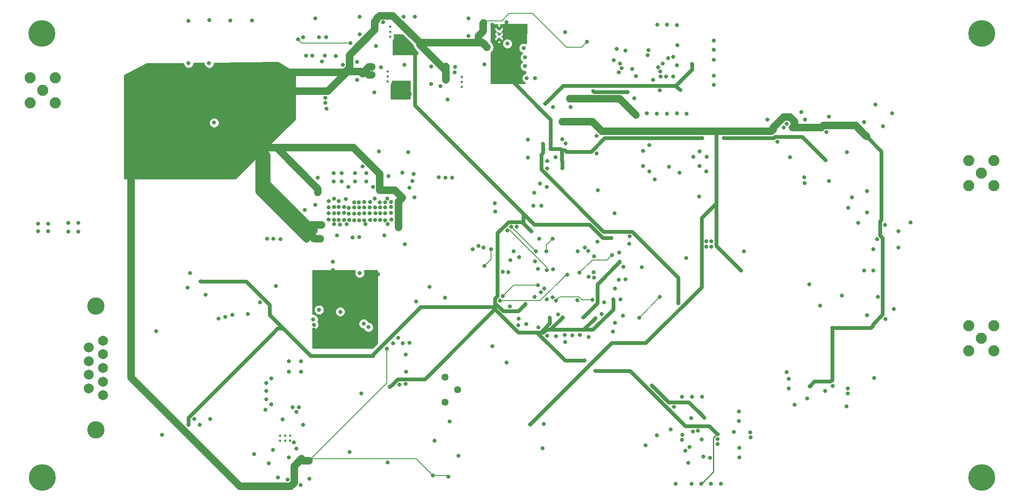
<source format=gbr>
G04 #@! TF.GenerationSoftware,KiCad,Pcbnew,(5.1.2)-1*
G04 #@! TF.CreationDate,2020-05-07T10:56:56-05:00*
G04 #@! TF.ProjectId,EMI_sensor_control_Rev2.0,454d495f-7365-46e7-936f-725f636f6e74,rev?*
G04 #@! TF.SameCoordinates,Original*
G04 #@! TF.FileFunction,Copper,L3,Inr*
G04 #@! TF.FilePolarity,Positive*
%FSLAX46Y46*%
G04 Gerber Fmt 4.6, Leading zero omitted, Abs format (unit mm)*
G04 Created by KiCad (PCBNEW (5.1.2)-1) date 2020-05-07 10:56:56*
%MOMM*%
%LPD*%
G04 APERTURE LIST*
%ADD10C,2.250000*%
%ADD11C,0.800000*%
%ADD12C,5.400000*%
%ADD13C,2.000000*%
%ADD14C,3.500000*%
%ADD15C,1.440000*%
%ADD16C,0.500000*%
%ADD17C,1.500000*%
%ADD18C,0.200000*%
%ADD19C,0.750000*%
%ADD20C,0.250000*%
%ADD21C,0.254000*%
G04 APERTURE END LIST*
D10*
X50774600Y-68605400D03*
X53314600Y-66065400D03*
X48234600Y-66065400D03*
X48234600Y-71145400D03*
X53314600Y-71145400D03*
X238125000Y-82829400D03*
X243205000Y-82829400D03*
X243205000Y-87909400D03*
X238125000Y-87909400D03*
X240665000Y-85369400D03*
X240639600Y-118872000D03*
X238099600Y-121412000D03*
X243179600Y-121412000D03*
X243179600Y-116332000D03*
X238099600Y-116332000D03*
D11*
X52168391Y-145634109D03*
X50736500Y-145041000D03*
X49304609Y-145634109D03*
X48711500Y-147066000D03*
X49304609Y-148497891D03*
X50736500Y-149091000D03*
X52168391Y-148497891D03*
X52761500Y-147066000D03*
D12*
X50736500Y-147066000D03*
X240728500Y-147066000D03*
D11*
X242753500Y-147066000D03*
X242160391Y-148497891D03*
X240728500Y-149091000D03*
X239296609Y-148497891D03*
X238703500Y-147066000D03*
X239296609Y-145634109D03*
X240728500Y-145041000D03*
X242160391Y-145634109D03*
X242160391Y-55654609D03*
X240728500Y-55061500D03*
X239296609Y-55654609D03*
X238703500Y-57086500D03*
X239296609Y-58518391D03*
X240728500Y-59111500D03*
X242160391Y-58518391D03*
X242753500Y-57086500D03*
D12*
X240728500Y-57086500D03*
X50673000Y-57086500D03*
D11*
X52698000Y-57086500D03*
X52104891Y-58518391D03*
X50673000Y-59111500D03*
X49241109Y-58518391D03*
X48648000Y-57086500D03*
X49241109Y-55654609D03*
X50673000Y-55061500D03*
X52104891Y-55654609D03*
D13*
X62989600Y-130381000D03*
X60149600Y-128996000D03*
X62989600Y-127611000D03*
X60149600Y-126226000D03*
X62989600Y-124841000D03*
X60149600Y-123456000D03*
X62989600Y-122071000D03*
X60149600Y-120686000D03*
X62989600Y-119301000D03*
D14*
X61569600Y-112346000D03*
X61569600Y-137336000D03*
D15*
X132194300Y-126733300D03*
X134734300Y-129273300D03*
X132194300Y-131813300D03*
D16*
X121046500Y-57799000D03*
X121046500Y-56769000D03*
X121046500Y-55739000D03*
X135524500Y-65899000D03*
X135524500Y-66929000D03*
X135524500Y-67959000D03*
X143081000Y-58243500D03*
X143081000Y-57213500D03*
X143081000Y-56183500D03*
X120602000Y-64819500D03*
X120602000Y-65849500D03*
X120602000Y-66879500D03*
X98822000Y-139552300D03*
X98822000Y-138552300D03*
X99822000Y-139552300D03*
X99822000Y-138552300D03*
X100822000Y-139552300D03*
X100822000Y-138552300D03*
D11*
X186055000Y-100330000D03*
X185039000Y-100330000D03*
X186055000Y-99187000D03*
X185039000Y-99187000D03*
X58039000Y-97282000D03*
X58039000Y-95504000D03*
X56007000Y-95504000D03*
X56007000Y-97282000D03*
X51943000Y-97155000D03*
X49911000Y-97155000D03*
X49911000Y-95631000D03*
X51943000Y-95631000D03*
X152831800Y-84429600D03*
X152806400Y-82956400D03*
X156591000Y-79400400D03*
X155905200Y-78536800D03*
X133604000Y-86283800D03*
X132283200Y-86283800D03*
X130911600Y-86258400D03*
X98882200Y-98729800D03*
X96164400Y-98653600D03*
X121285000Y-91262200D03*
X120040400Y-91313000D03*
X118973600Y-91287600D03*
X116992400Y-91262200D03*
X115824000Y-91236800D03*
X114757200Y-91287600D03*
X113792000Y-91313000D03*
X121285000Y-93472000D03*
X121285000Y-92278200D03*
X121310400Y-94767400D03*
X118059200Y-94894400D03*
X119024400Y-92329000D03*
X116967000Y-93548200D03*
X119024400Y-94894400D03*
X120065800Y-94919800D03*
X116967000Y-92354400D03*
X118084600Y-93548200D03*
X119024400Y-93548200D03*
X120065800Y-92303600D03*
X116992400Y-94843600D03*
X118059200Y-92329000D03*
X120065800Y-93522800D03*
X113817400Y-94919800D03*
X114782600Y-92354400D03*
X112725200Y-93573600D03*
X114782600Y-94919800D03*
X115824000Y-94945200D03*
X112725200Y-92379800D03*
X113842800Y-93573600D03*
X114782600Y-93573600D03*
X115824000Y-92329000D03*
X112750600Y-94869000D03*
X113817400Y-92354400D03*
X115824000Y-93548200D03*
X111734600Y-92252800D03*
X111734600Y-93472000D03*
X111734600Y-94869000D03*
X110693200Y-94843600D03*
X110693200Y-93497400D03*
X110693200Y-92278200D03*
X110693200Y-91059000D03*
X109728000Y-92278200D03*
X109753400Y-93497400D03*
X109728000Y-94843600D03*
X108661200Y-94792800D03*
X108635800Y-93497400D03*
X108635800Y-92303600D03*
X108635800Y-91059000D03*
X109626400Y-85372000D03*
X111252000Y-85372000D03*
X113995200Y-85372000D03*
X116230400Y-85372000D03*
X219710000Y-110490000D03*
X217551000Y-114173000D03*
X221234000Y-114935000D03*
X205867000Y-107950000D03*
X216916000Y-105156000D03*
X218821000Y-105156000D03*
X218821000Y-100838000D03*
X217551000Y-93345000D03*
X214503000Y-90297000D03*
X217551000Y-89027000D03*
X213487000Y-81153000D03*
X216916000Y-75057000D03*
X219202000Y-71501000D03*
X220726000Y-75946000D03*
X197358000Y-74549000D03*
X200660000Y-76200000D03*
X201930000Y-82194400D03*
X210601471Y-128468000D03*
X201726800Y-129032000D03*
X201726800Y-127050800D03*
X191617600Y-133654800D03*
X191617600Y-135636000D03*
X184049741Y-139348623D03*
X209854800Y-87020400D03*
X179064658Y-63560634D03*
X180781252Y-141569776D03*
X184404000Y-142798800D03*
X172720000Y-140512800D03*
X178816000Y-148285200D03*
X182067200Y-148285200D03*
X185978800Y-148285200D03*
X187960000Y-148336000D03*
X191668400Y-141020800D03*
X191668400Y-142951200D03*
X190601600Y-137820400D03*
X183333232Y-137579744D03*
X180136800Y-130657600D03*
X182168800Y-130657600D03*
X184200800Y-130657600D03*
X183540400Y-90170000D03*
X183692800Y-80975200D03*
X185064400Y-82092800D03*
X182372000Y-82092800D03*
X174599600Y-86664800D03*
X173532800Y-79756000D03*
X172212000Y-80924400D03*
X175818800Y-65836800D03*
X178339080Y-65827884D03*
X181051200Y-73355200D03*
X179070000Y-73304400D03*
X175006000Y-73355200D03*
X172974000Y-73304400D03*
X178281704Y-61841229D03*
X179070000Y-55422800D03*
X177088800Y-55321200D03*
X175107600Y-55372000D03*
X168706800Y-60604400D03*
X161239200Y-118567200D03*
X159461200Y-118160800D03*
X166573200Y-115722400D03*
X166166800Y-117500400D03*
X164388800Y-111556800D03*
X169519600Y-98196400D03*
X169468800Y-99669600D03*
X163002616Y-99292612D03*
X156362400Y-118160800D03*
X154635200Y-118414800D03*
X152857200Y-118313200D03*
X148590000Y-115976400D03*
X150317200Y-110439200D03*
X116065300Y-95746548D03*
X112255301Y-95746548D03*
X120579557Y-95684158D03*
X109710221Y-90521811D03*
X112142390Y-90611513D03*
X117652800Y-88188800D03*
X117975810Y-90532681D03*
X120505220Y-90521811D03*
X124996642Y-88312766D03*
X125984000Y-90297000D03*
X119871400Y-98027119D03*
X106451400Y-86309200D03*
X105943400Y-91846400D03*
X103784400Y-92862400D03*
X97498400Y-98704400D03*
X112650661Y-88165077D03*
X124053600Y-99822000D03*
X114909600Y-105613200D03*
X110931269Y-95812163D03*
X110363000Y-98044000D03*
X109718335Y-95749766D03*
X124236800Y-128082676D03*
X151215099Y-98682389D03*
X151663400Y-91973400D03*
X150063200Y-91973400D03*
X104089200Y-61569600D03*
X105333800Y-61595000D03*
X107899200Y-61569600D03*
X146634200Y-96266000D03*
X93548200Y-142290800D03*
X102108000Y-141173200D03*
X101600000Y-139903200D03*
X112903000Y-141859000D03*
X115265200Y-129971800D03*
X130073400Y-139573000D03*
X133121400Y-135686800D03*
X110972600Y-113461800D03*
X123647200Y-119837200D03*
X124256800Y-122174000D03*
X124942600Y-119786400D03*
X121686800Y-119840770D03*
X93141800Y-54457600D03*
X88747600Y-54483000D03*
X84531200Y-54406800D03*
X80289400Y-54533800D03*
X118795800Y-81000600D03*
X83743800Y-110007400D03*
X80111600Y-108559600D03*
X80619600Y-105664000D03*
X73761600Y-117424200D03*
X74904600Y-138353800D03*
X82524600Y-136372600D03*
X141780200Y-120421400D03*
X144627600Y-123723400D03*
X152120600Y-136220200D03*
X151942800Y-141135100D03*
X134162800Y-65024000D03*
X140131800Y-63398400D03*
X129349500Y-63804800D03*
X129362200Y-67386200D03*
X119253000Y-64008000D03*
X118237000Y-59690000D03*
X114427000Y-62865000D03*
X114427000Y-66548000D03*
X114935000Y-53721000D03*
X114935000Y-57277000D03*
X119634000Y-54864000D03*
X123825000Y-53721000D03*
X126111000Y-53721000D03*
X136906000Y-57658000D03*
X136906000Y-54102000D03*
X148082000Y-60071000D03*
X148336000Y-61976000D03*
X148336000Y-63754000D03*
X148716500Y-66167000D03*
X150368000Y-66167000D03*
X144780000Y-59182000D03*
X98425000Y-147066000D03*
X100330000Y-147447000D03*
X102997000Y-148590000D03*
X104775000Y-147320000D03*
X145288000Y-112395000D03*
X96012000Y-131191000D03*
X97028000Y-132207000D03*
X96012000Y-129540000D03*
X96012000Y-127889000D03*
X97028000Y-127000000D03*
X192659000Y-101219000D03*
X212471000Y-110236000D03*
X148971000Y-78613000D03*
X148971000Y-82296000D03*
X154559000Y-82169000D03*
X157607000Y-72009000D03*
X154051000Y-72009000D03*
X162814000Y-77851000D03*
X162814000Y-81407000D03*
X186563000Y-58547000D03*
X186563000Y-60452000D03*
X186563000Y-62484000D03*
X186563000Y-65659000D03*
X186563000Y-67564000D03*
X123993000Y-63500000D03*
X117856000Y-69088000D03*
X132715000Y-70485000D03*
X155062821Y-114047572D03*
X156464000Y-56896000D03*
X168148000Y-114300000D03*
X167640000Y-110998000D03*
X97409000Y-141478000D03*
X99314000Y-135255000D03*
X134899400Y-142646400D03*
X96494600Y-144170400D03*
X139954000Y-54991000D03*
X132461000Y-66675000D03*
X132334000Y-64643000D03*
X117983000Y-56388000D03*
X117983000Y-54737000D03*
X117348000Y-63881000D03*
X68707000Y-84963000D03*
X69596000Y-85344000D03*
X67945000Y-85344000D03*
X69596000Y-84455000D03*
X67945000Y-84455000D03*
X106934000Y-98679000D03*
X104140000Y-98679000D03*
X105664000Y-97002600D03*
X103911400Y-97155000D03*
X105606600Y-98596200D03*
X106476800Y-89306400D03*
X122809000Y-96418400D03*
X123545600Y-90373200D03*
X107238800Y-95910400D03*
X132816600Y-146888200D03*
X129717800Y-146583400D03*
X120396000Y-120954800D03*
X93091000Y-63373000D03*
X117348000Y-65532000D03*
X139890500Y-56705500D03*
X140666500Y-59880500D03*
X160909000Y-58801000D03*
X104648000Y-143637000D03*
X103124000Y-143256000D03*
X102082600Y-133705600D03*
X102666800Y-132842000D03*
X101371400Y-132842000D03*
X100634800Y-125628400D03*
X103022400Y-125628400D03*
X103022400Y-123469400D03*
X100634800Y-123469400D03*
X95885000Y-133324600D03*
X103454200Y-136347200D03*
X114860300Y-98354846D03*
X113460300Y-98463100D03*
X115490220Y-84074000D03*
X124714000Y-81153000D03*
X111252000Y-118618000D03*
X111252000Y-117348000D03*
X109601000Y-117348000D03*
X125603000Y-86995000D03*
X123571000Y-85344000D03*
X125857000Y-85598000D03*
X109474000Y-103378000D03*
X109474000Y-105029000D03*
X109626400Y-87122000D03*
X111252000Y-87122000D03*
X113995200Y-87122000D03*
X116230400Y-87122000D03*
X120751600Y-85953600D03*
X106553000Y-105791000D03*
X109215800Y-115163600D03*
X105664000Y-117094000D03*
X107823000Y-105791000D03*
X109093000Y-105791000D03*
X110490000Y-105791000D03*
X111506000Y-105791000D03*
X112522000Y-105791000D03*
X116586000Y-105410000D03*
X118618000Y-105918000D03*
X113411000Y-114935000D03*
X109601000Y-118618000D03*
X187299600Y-138258794D03*
X183997600Y-148336000D03*
X175640900Y-68656100D03*
X177038000Y-73355200D03*
X162549156Y-114768529D03*
X166176841Y-110952576D03*
X165760400Y-98501200D03*
X153365200Y-114655600D03*
X155956000Y-114604800D03*
X148437600Y-111912400D03*
X149656800Y-97129600D03*
X150215600Y-95808800D03*
X121036800Y-128696000D03*
X82753200Y-107315000D03*
X80289400Y-136372600D03*
X122428000Y-59753500D03*
X124968000Y-59626500D03*
X123602750Y-58261250D03*
X169081000Y-68961000D03*
X162179000Y-68834000D03*
X102489000Y-58293000D03*
X113030000Y-59055000D03*
X160401000Y-123317000D03*
X162560000Y-125476000D03*
X204825600Y-86258400D03*
X204876400Y-87426800D03*
X172262800Y-83921600D03*
X173532800Y-85039200D03*
X177495200Y-84124800D03*
X170815000Y-73660000D03*
X157399002Y-70358000D03*
X184607200Y-134924800D03*
X185013600Y-85090000D03*
X183692800Y-83921600D03*
X179578000Y-85344000D03*
X179171600Y-59486800D03*
X160121600Y-114604800D03*
X167513000Y-103378000D03*
X173990000Y-128397000D03*
X217424000Y-77978000D03*
X198120000Y-76962000D03*
X202438000Y-76200000D03*
X210464400Y-116738400D03*
X211734400Y-116738400D03*
X218316000Y-116716000D03*
X210154930Y-127573236D03*
X205892400Y-128543000D03*
X155892500Y-74993500D03*
X220415230Y-94882460D03*
X192024000Y-105156000D03*
X149402800Y-136232900D03*
X152019000Y-81280000D03*
X152019000Y-79502000D03*
X222587141Y-73322859D03*
X222961200Y-112928400D03*
X179324000Y-111760000D03*
X208026000Y-112268000D03*
X223901000Y-97155000D03*
X145542000Y-66548000D03*
X144018000Y-65786000D03*
X144145000Y-63627000D03*
X144145000Y-61976000D03*
X155879800Y-84404200D03*
X155854400Y-82956400D03*
X156692600Y-81076800D03*
X155829000Y-80772000D03*
X144653000Y-54864000D03*
X141732000Y-55372000D03*
X143383000Y-59436000D03*
X153543000Y-80518000D03*
X184150000Y-78312000D03*
X188595000Y-78312000D03*
X209169000Y-82804000D03*
X182118000Y-63296800D03*
X181362283Y-144047033D03*
X185754700Y-143022900D03*
X179730400Y-68580000D03*
X125095000Y-69360000D03*
X121947000Y-68680000D03*
X122176250Y-67820250D03*
X123435000Y-67700000D03*
X152400000Y-71374000D03*
X150241000Y-89408000D03*
X163068000Y-88900000D03*
X180975000Y-102616000D03*
X209804000Y-73964800D03*
X199390000Y-79008000D03*
X209346800Y-77114400D03*
X201284696Y-75419130D03*
X213664800Y-129997200D03*
X209042000Y-129489200D03*
X213606078Y-128998923D03*
X201269600Y-125730000D03*
X156475510Y-119634000D03*
X157875510Y-118237000D03*
X122656600Y-118719600D03*
X103454200Y-57912000D03*
X107316500Y-62763400D03*
X105968800Y-54102000D03*
X108004732Y-71173432D03*
X139928600Y-100431600D03*
X144932400Y-105486200D03*
X107963025Y-70141775D03*
X106654600Y-57912000D03*
X143864973Y-105357923D03*
X138940130Y-100116678D03*
X108189118Y-72347768D03*
X108169025Y-57870776D03*
X110099221Y-61696600D03*
X111499222Y-63474600D03*
X86360000Y-114858800D03*
X152276024Y-108785176D03*
X87705875Y-114502875D03*
X151587982Y-109555974D03*
X89127950Y-114070750D03*
X150977600Y-108051600D03*
X143840200Y-110255974D03*
X141452600Y-100798400D03*
X140124830Y-104143580D03*
X132181600Y-110655984D03*
X81432400Y-135178800D03*
X92303600Y-113919000D03*
X94742000Y-111531400D03*
X97993200Y-108280200D03*
X151434800Y-87514200D03*
X152755600Y-88214200D03*
X129082800Y-108455964D03*
X126365000Y-111355984D03*
X84683600Y-135178800D03*
X106705400Y-113055400D03*
X143256000Y-111252000D03*
X156889875Y-105938125D03*
X120573800Y-143967200D03*
X134239000Y-63881000D03*
X131239708Y-67743357D03*
X85471000Y-75184000D03*
X100584000Y-143002000D03*
X175641000Y-110490000D03*
X171450000Y-114681000D03*
X213741000Y-92456000D03*
X215773000Y-95504000D03*
X221132400Y-95859600D03*
X226364800Y-95351600D03*
X204266800Y-72999600D03*
X205033453Y-74579053D03*
X223875600Y-100482400D03*
X219557600Y-98806000D03*
X193903600Y-137871200D03*
X187299600Y-139258797D03*
X194005200Y-138887200D03*
X187299600Y-140258800D03*
X175056800Y-138480800D03*
X180187600Y-138379200D03*
X205435200Y-131013200D03*
X218998800Y-126847600D03*
X202900585Y-132299061D03*
X213410800Y-132638800D03*
X158917392Y-111169649D03*
X152781000Y-105029000D03*
X144809492Y-96947708D03*
X142245510Y-91505000D03*
X84467700Y-63157100D03*
X163855400Y-113893600D03*
X154051000Y-104825800D03*
X150520400Y-101182400D03*
X145516600Y-96240600D03*
X142316200Y-93192600D03*
X80314800Y-63144400D03*
X162279225Y-102261775D03*
X145375270Y-103011200D03*
X166497000Y-93484700D03*
X160418000Y-100482400D03*
X147146052Y-102408948D03*
X168258446Y-104391200D03*
X172008800Y-104444800D03*
X146070125Y-101211190D03*
X161165982Y-101148531D03*
X165938200Y-101955600D03*
X159360250Y-105561750D03*
X137769600Y-100798400D03*
X124336800Y-125564298D03*
X151083074Y-116640675D03*
X152739850Y-110946313D03*
X122961400Y-128219200D03*
X166268400Y-62534800D03*
X177311961Y-62085363D03*
X176225200Y-63234800D03*
X167538400Y-63234800D03*
X173287631Y-60524915D03*
X166871093Y-60280999D03*
X173177200Y-61518800D03*
X150418800Y-103265500D03*
X152628600Y-101182400D03*
X153924000Y-98682389D03*
X175260000Y-63934800D03*
X167298440Y-64986827D03*
X167881227Y-64174201D03*
X169987610Y-64323610D03*
X175694399Y-64835522D03*
X170789600Y-65781000D03*
X181660800Y-140817600D03*
X178456851Y-132740400D03*
X176853526Y-65818787D03*
X174244000Y-66548000D03*
X170481000Y-70231000D03*
X167386000Y-101473000D03*
X166573200Y-108765500D03*
X180073956Y-139372723D03*
X177846631Y-137261600D03*
X150977600Y-104800400D03*
X167286150Y-106965489D03*
X162356800Y-106578400D03*
X161215662Y-106427212D03*
X168656700Y-106933299D03*
X182004500Y-135042052D03*
X162263425Y-105495075D03*
X159018000Y-101193600D03*
X182339130Y-137688215D03*
X154649303Y-111203833D03*
X146989800Y-116205000D03*
X116668348Y-116574800D03*
X105654821Y-116093571D03*
X162018000Y-111063000D03*
X105537000Y-114985800D03*
X115722400Y-115874800D03*
X147066000Y-114884200D03*
X153924000Y-110515400D03*
D17*
X117348000Y-65532000D02*
X116782315Y-65532000D01*
X116782315Y-65532000D02*
X116448314Y-65197999D01*
X116782315Y-63881000D02*
X115465316Y-65197999D01*
X117348000Y-63881000D02*
X116782315Y-63881000D01*
X112467399Y-64824601D02*
X108500226Y-68791774D01*
X115465316Y-65197999D02*
X115091918Y-64824601D01*
X115091918Y-64824601D02*
X112467399Y-64824601D01*
X108500226Y-68791774D02*
X99229226Y-68791774D01*
X112849223Y-64122601D02*
X111947824Y-65024000D01*
X117983000Y-56388000D02*
X112849223Y-61521777D01*
X112849223Y-61521777D02*
X112849223Y-64122601D01*
X111947824Y-65024000D02*
X99441000Y-65024000D01*
X132334000Y-64643000D02*
X132334000Y-66548000D01*
X137113997Y-59008001D02*
X138984999Y-59008001D01*
X132334000Y-64643000D02*
X132334000Y-63787998D01*
X138984999Y-57611001D02*
X139890500Y-56705500D01*
X138984999Y-59008001D02*
X138984999Y-57611001D01*
X139890500Y-55054500D02*
X139954000Y-54991000D01*
X139890500Y-56705500D02*
X139890500Y-55054500D01*
X138984999Y-59008001D02*
X139794001Y-59008001D01*
X139794001Y-59008001D02*
X140666500Y-59880500D01*
X103505000Y-143637000D02*
X103124000Y-143256000D01*
X104648000Y-143637000D02*
X103505000Y-143637000D01*
X68707000Y-126788202D02*
X68707000Y-85528685D01*
X90715799Y-148797001D02*
X68707000Y-126788202D01*
X68707000Y-85528685D02*
X68707000Y-84963000D01*
X100978001Y-148797001D02*
X90715799Y-148797001D01*
X101680001Y-148095001D02*
X100978001Y-148797001D01*
X101680001Y-144699999D02*
X101680001Y-148095001D01*
X103124000Y-143256000D02*
X101680001Y-144699999D01*
D18*
X129317801Y-146183401D02*
X129717800Y-146583400D01*
X126371401Y-143237001D02*
X129317801Y-146183401D01*
X105047999Y-143237001D02*
X126371401Y-143237001D01*
X104648000Y-143637000D02*
X105047999Y-143237001D01*
X132511800Y-146583400D02*
X132816600Y-146888200D01*
X129717800Y-146583400D02*
X132511800Y-146583400D01*
X120396000Y-127889000D02*
X104648000Y-143637000D01*
X120396000Y-120954800D02*
X120396000Y-127889000D01*
D17*
X106476800Y-88631400D02*
X98109400Y-80264000D01*
X106476800Y-89306400D02*
X106476800Y-88631400D01*
X98109400Y-80264000D02*
X94615000Y-80264000D01*
X94615000Y-85953600D02*
X94615000Y-80264000D01*
X96139000Y-81788000D02*
X94615000Y-80264000D01*
X105606600Y-98596200D02*
X96139000Y-89128600D01*
X94615000Y-89154000D02*
X94615000Y-80264000D01*
X104140000Y-98679000D02*
X94615000Y-89154000D01*
X105918000Y-98679000D02*
X96139000Y-88900000D01*
X106934000Y-98679000D02*
X105918000Y-98679000D01*
X96139000Y-89128600D02*
X96139000Y-88900000D01*
X96139000Y-88900000D02*
X96139000Y-81788000D01*
X113678222Y-80264000D02*
X94615000Y-80264000D01*
X119002801Y-85588579D02*
X113678222Y-80264000D01*
X119002801Y-88836801D02*
X119002801Y-85588579D01*
X122009201Y-88836801D02*
X119002801Y-88836801D01*
X123545600Y-90373200D02*
X122009201Y-88836801D01*
X122809000Y-91109800D02*
X123545600Y-90373200D01*
X122809000Y-96418400D02*
X122809000Y-91109800D01*
X104571800Y-95910400D02*
X104343200Y-95681800D01*
X107238800Y-95910400D02*
X104571800Y-95910400D01*
X105664000Y-97002600D02*
X104343200Y-95681800D01*
X104343200Y-95681800D02*
X94615000Y-85953600D01*
X117983000Y-56388000D02*
X117983000Y-54737000D01*
X127113999Y-59008001D02*
X137113997Y-59008001D01*
X121619997Y-53513999D02*
X127113999Y-59008001D01*
X118952001Y-53513999D02*
X121619997Y-53513999D01*
X118382999Y-54083001D02*
X118952001Y-53513999D01*
X118382999Y-54337001D02*
X118382999Y-54083001D01*
X117983000Y-54737000D02*
X118382999Y-54337001D01*
X127113999Y-59422999D02*
X132334000Y-64643000D01*
X127113999Y-59008001D02*
X127113999Y-59422999D01*
D18*
X140353999Y-54591001D02*
X143655999Y-54591001D01*
X139954000Y-54991000D02*
X140353999Y-54591001D01*
X143655999Y-54591001D02*
X145161000Y-53086000D01*
X145161000Y-53086000D02*
X149860000Y-53086000D01*
X149860000Y-53086000D02*
X156718000Y-59944000D01*
X159766000Y-59944000D02*
X160909000Y-58801000D01*
X156718000Y-59944000D02*
X159766000Y-59944000D01*
D19*
X149815601Y-95408801D02*
X150215600Y-95808800D01*
X126070001Y-60728501D02*
X126070001Y-71663201D01*
X124968000Y-59626500D02*
X126070001Y-60728501D01*
X148043900Y-95516700D02*
X149656800Y-97129600D01*
X148043900Y-93637100D02*
X148043900Y-95516700D01*
X148043900Y-93637100D02*
X149815601Y-95408801D01*
X126070001Y-71663201D02*
X148043900Y-93637100D01*
X148037601Y-112312399D02*
X148437600Y-111912400D01*
X146979999Y-113370001D02*
X148037601Y-112312399D01*
X143930999Y-113370001D02*
X146979999Y-113370001D01*
X142280999Y-111720001D02*
X143930999Y-113370001D01*
X142280999Y-110783999D02*
X142280999Y-111720001D01*
X142787999Y-110276999D02*
X142280999Y-110783999D01*
X142787999Y-97526199D02*
X142787999Y-110276999D01*
X145048599Y-95265599D02*
X142787999Y-97526199D01*
X147792799Y-95265599D02*
X145048599Y-95265599D01*
X148043900Y-95516700D02*
X147792799Y-95265599D01*
X153365200Y-115221285D02*
X153365200Y-114655600D01*
X153365200Y-115801551D02*
X153365200Y-115221285D01*
X151551075Y-117615676D02*
X153365200Y-115801551D01*
X142280999Y-112939201D02*
X146957474Y-117615676D01*
X142280999Y-111720001D02*
X142280999Y-112939201D01*
X152111722Y-117615676D02*
X152633398Y-117094000D01*
X151551075Y-117615676D02*
X152111722Y-117615676D01*
X153466800Y-117094000D02*
X155956000Y-114604800D01*
X152633398Y-117094000D02*
X153466800Y-117094000D01*
X160223685Y-117094000D02*
X162549156Y-114768529D01*
X153466800Y-117094000D02*
X160223685Y-117094000D01*
X166176841Y-111518261D02*
X166176841Y-110952576D01*
X166176841Y-113015161D02*
X166176841Y-111518261D01*
X162098002Y-117094000D02*
X166176841Y-113015161D01*
X160223685Y-117094000D02*
X162098002Y-117094000D01*
X121436799Y-128296001D02*
X121036800Y-128696000D01*
X122625125Y-127107675D02*
X121436799Y-128296001D01*
X128112525Y-127107675D02*
X122625125Y-127107675D01*
X142280999Y-112939201D02*
X128112525Y-127107675D01*
X141828597Y-112486799D02*
X142280999Y-112939201D01*
X80289400Y-136372600D02*
X80289400Y-134878798D01*
X83318885Y-107315000D02*
X82753200Y-107315000D01*
X91968602Y-107315000D02*
X83318885Y-107315000D01*
X96734001Y-112080399D02*
X91968602Y-107315000D01*
X96734001Y-112080399D02*
X96734001Y-114133001D01*
X105029000Y-122428000D02*
X117602000Y-122428000D01*
X127289201Y-112486799D02*
X127924201Y-112486799D01*
X117602000Y-122174000D02*
X127289201Y-112486799D01*
X117602000Y-122428000D02*
X117602000Y-122174000D01*
X127924201Y-112486799D02*
X141828597Y-112486799D01*
X98567099Y-115966099D02*
X98234500Y-115633500D01*
X96734001Y-114133001D02*
X98234500Y-115633500D01*
X98806000Y-116205000D02*
X99314000Y-116713000D01*
X98234500Y-115633500D02*
X98806000Y-116205000D01*
X98328198Y-116840000D02*
X97106599Y-118061599D01*
X99441000Y-116840000D02*
X98328198Y-116840000D01*
X80289400Y-134878798D02*
X97106599Y-118061599D01*
X99441000Y-116840000D02*
X105029000Y-122428000D01*
X98806000Y-116205000D02*
X99441000Y-116840000D01*
X169081000Y-68961000D02*
X162306000Y-68961000D01*
X162306000Y-68961000D02*
X162179000Y-68834000D01*
D18*
X103561198Y-59055000D02*
X113030000Y-59055000D01*
X102489000Y-58293000D02*
X103251000Y-59055000D01*
X103251000Y-59055000D02*
X103561198Y-59055000D01*
D19*
X165194715Y-98501200D02*
X165760400Y-98501200D01*
X164116882Y-98501200D02*
X165194715Y-98501200D01*
X161424482Y-95808800D02*
X164116882Y-98501200D01*
X150215600Y-95808800D02*
X161424482Y-95808800D01*
X156464000Y-123317000D02*
X160401000Y-123317000D01*
X150762676Y-117615676D02*
X156464000Y-123317000D01*
X150762676Y-117615676D02*
X151551075Y-117615676D01*
X146957474Y-117615676D02*
X150762676Y-117615676D01*
X186899601Y-137858795D02*
X187299600Y-138258794D01*
X185645549Y-136604743D02*
X186899601Y-137858795D01*
X180754741Y-136604743D02*
X185645549Y-136604743D01*
X169625998Y-125476000D02*
X180754741Y-136604743D01*
X162560000Y-125476000D02*
X169625998Y-125476000D01*
D20*
X184397599Y-147936001D02*
X183997600Y-148336000D01*
X186479701Y-145853899D02*
X184397599Y-147936001D01*
X186479701Y-139005694D02*
X186479701Y-145853899D01*
X187226601Y-138258794D02*
X186479701Y-139005694D01*
X187299600Y-138258794D02*
X187226601Y-138258794D01*
D17*
X170815000Y-73660000D02*
X167513000Y-70358000D01*
X167513000Y-70358000D02*
X157399002Y-70358000D01*
D19*
X160521599Y-114204801D02*
X160121600Y-114604800D01*
X162993001Y-111733399D02*
X160521599Y-114204801D01*
X162993001Y-107897999D02*
X162993001Y-111733399D01*
X167513000Y-103378000D02*
X162993001Y-107897999D01*
X184207201Y-134524801D02*
X184607200Y-134924800D01*
X181447799Y-131765399D02*
X184207201Y-134524801D01*
X177358399Y-131765399D02*
X181447799Y-131765399D01*
X173990000Y-128397000D02*
X177358399Y-131765399D01*
D17*
X197554315Y-76962000D02*
X198120000Y-76962000D01*
X161954502Y-74993500D02*
X163923002Y-76962000D01*
X155892500Y-74993500D02*
X161954502Y-74993500D01*
X202837999Y-74974431D02*
X202837999Y-75800001D01*
X201932697Y-74069129D02*
X202837999Y-74974431D01*
X202837999Y-75800001D02*
X202438000Y-76200000D01*
X200636695Y-74069129D02*
X201932697Y-74069129D01*
X198519999Y-76185825D02*
X200636695Y-74069129D01*
X198519999Y-76562001D02*
X198519999Y-76185825D01*
X198120000Y-76962000D02*
X198519999Y-76562001D01*
X217024001Y-77578001D02*
X217424000Y-77978000D01*
X215210399Y-75764399D02*
X217024001Y-77578001D01*
X208698799Y-75764399D02*
X215210399Y-75764399D01*
X208263198Y-76200000D02*
X208698799Y-75764399D01*
X202438000Y-76200000D02*
X208263198Y-76200000D01*
D19*
X220415230Y-80969230D02*
X220415230Y-94882460D01*
X217424000Y-77978000D02*
X220415230Y-80969230D01*
X218715999Y-116316001D02*
X218316000Y-116716000D01*
X218715999Y-116009999D02*
X218715999Y-116316001D01*
X220685001Y-114040997D02*
X218715999Y-116009999D01*
X220685001Y-98490399D02*
X220685001Y-114040997D01*
X220157399Y-97962797D02*
X220685001Y-98490399D01*
X220157399Y-95140291D02*
X220157399Y-97962797D01*
X220415230Y-94882460D02*
X220157399Y-95140291D01*
X210486800Y-116716000D02*
X210464400Y-116738400D01*
X218316000Y-116716000D02*
X210486800Y-116716000D01*
X187030001Y-100162001D02*
X192024000Y-105156000D01*
X186944000Y-76962000D02*
X187030001Y-77048001D01*
D17*
X186944000Y-76962000D02*
X197554315Y-76962000D01*
X163923002Y-76962000D02*
X186944000Y-76962000D01*
D19*
X184063999Y-108463003D02*
X172766002Y-119761000D01*
X184063999Y-94447001D02*
X184063999Y-108463003D01*
X187030001Y-91480999D02*
X184063999Y-94447001D01*
X187030001Y-91480999D02*
X187030001Y-100162001D01*
X187030001Y-77048001D02*
X187030001Y-91480999D01*
X172766002Y-119761000D02*
X165874700Y-119761000D01*
X165874700Y-119761000D02*
X149402800Y-136232900D01*
X210464400Y-127263766D02*
X210154930Y-127573236D01*
X210464400Y-116738400D02*
X210464400Y-127263766D01*
X206862164Y-127573236D02*
X205892400Y-128543000D01*
X210154930Y-127573236D02*
X206862164Y-127573236D01*
X152019000Y-79502000D02*
X152019000Y-81280000D01*
X169987601Y-97221399D02*
X179324000Y-106557798D01*
X164180597Y-97221399D02*
X169987601Y-97221399D01*
X151619001Y-84659803D02*
X164180597Y-97221399D01*
X152019000Y-81280000D02*
X151619001Y-81679999D01*
X151619001Y-81679999D02*
X151619001Y-84659803D01*
X179324000Y-106557798D02*
X179324000Y-111760000D01*
D18*
X143333500Y-56183500D02*
X143081000Y-56183500D01*
X144653000Y-54864000D02*
X143333500Y-56183500D01*
X143431000Y-57213500D02*
X143875500Y-56769000D01*
X143081000Y-57213500D02*
X143431000Y-57213500D01*
X142760290Y-56892790D02*
X142236790Y-56892790D01*
X143081000Y-57213500D02*
X142760290Y-56892790D01*
D19*
X153543000Y-74549000D02*
X145542000Y-66548000D01*
X153543000Y-80518000D02*
X153543000Y-74549000D01*
X155575000Y-80518000D02*
X155829000Y-80772000D01*
X153543000Y-80518000D02*
X155575000Y-80518000D01*
X156387800Y-80772000D02*
X156692600Y-81076800D01*
X155829000Y-80772000D02*
X156387800Y-80772000D01*
X155829000Y-82931000D02*
X155854400Y-82956400D01*
X155829000Y-80772000D02*
X155829000Y-82931000D01*
X155854400Y-84378800D02*
X155879800Y-84404200D01*
X155854400Y-82956400D02*
X155854400Y-84378800D01*
X164465998Y-78312000D02*
X184150000Y-78312000D01*
X156692600Y-81076800D02*
X161701198Y-81076800D01*
X161701198Y-81076800D02*
X164465998Y-78312000D01*
X204397999Y-78032999D02*
X209169000Y-82804000D01*
X198921999Y-78032999D02*
X204397999Y-78032999D01*
X188595000Y-78312000D02*
X198642998Y-78312000D01*
X198642998Y-78312000D02*
X198921999Y-78032999D01*
X179330401Y-68180001D02*
X179730400Y-68580000D01*
X178831499Y-67681099D02*
X179330401Y-68180001D01*
X156092901Y-67681099D02*
X178831499Y-67681099D01*
X152400000Y-71374000D02*
X156092901Y-67681099D01*
X182118000Y-64394598D02*
X182118000Y-63296800D01*
X178831499Y-67681099D02*
X182118000Y-64394598D01*
D18*
X150977600Y-108051600D02*
X146064200Y-108051600D01*
X146064200Y-108051600D02*
X146044574Y-108051600D01*
X146044574Y-108051600D02*
X143840200Y-110255974D01*
X141452600Y-100798400D02*
X141452600Y-102815810D01*
X141452600Y-102815810D02*
X140124830Y-104143580D01*
X156712036Y-105938125D02*
X156889875Y-105938125D01*
X151437762Y-111212399D02*
X156712036Y-105938125D01*
X143861286Y-111212399D02*
X151437762Y-111212399D01*
X143256000Y-111252000D02*
X143821685Y-111252000D01*
X143821685Y-111252000D02*
X143861286Y-111212399D01*
X175641000Y-110490000D02*
X171450000Y-114681000D01*
X145265393Y-96947708D02*
X144809492Y-96947708D01*
X152781000Y-105029000D02*
X152781000Y-104463315D01*
X152781000Y-104463315D02*
X145265393Y-96947708D01*
X150520400Y-101182400D02*
X145578600Y-96240600D01*
X145578600Y-96240600D02*
X145516600Y-96240600D01*
X161960224Y-102961776D02*
X159360250Y-105561750D01*
X165938200Y-101955600D02*
X164932024Y-102961776D01*
X164932024Y-102961776D02*
X161960224Y-102961776D01*
X152628600Y-101182400D02*
X152628600Y-99977789D01*
X152628600Y-99977789D02*
X153924000Y-98682389D01*
X155049302Y-110803834D02*
X154649303Y-111203833D01*
X155383488Y-110469648D02*
X155049302Y-110803834D01*
X159253393Y-110469648D02*
X155383488Y-110469648D01*
X159846745Y-111063000D02*
X159253393Y-110469648D01*
X162018000Y-111063000D02*
X159846745Y-111063000D01*
D21*
G36*
X101854000Y-65095468D02*
G01*
X101854000Y-74496006D01*
X89736785Y-86487000D01*
X67310000Y-86487000D01*
X67310000Y-75082061D01*
X84436000Y-75082061D01*
X84436000Y-75285939D01*
X84475774Y-75485898D01*
X84553795Y-75674256D01*
X84667063Y-75843774D01*
X84811226Y-75987937D01*
X84980744Y-76101205D01*
X85169102Y-76179226D01*
X85369061Y-76219000D01*
X85572939Y-76219000D01*
X85772898Y-76179226D01*
X85961256Y-76101205D01*
X86130774Y-75987937D01*
X86274937Y-75843774D01*
X86388205Y-75674256D01*
X86466226Y-75485898D01*
X86506000Y-75285939D01*
X86506000Y-75082061D01*
X86466226Y-74882102D01*
X86388205Y-74693744D01*
X86274937Y-74524226D01*
X86130774Y-74380063D01*
X85961256Y-74266795D01*
X85772898Y-74188774D01*
X85572939Y-74149000D01*
X85369061Y-74149000D01*
X85169102Y-74188774D01*
X84980744Y-74266795D01*
X84811226Y-74380063D01*
X84667063Y-74524226D01*
X84553795Y-74693744D01*
X84475774Y-74882102D01*
X84436000Y-75082061D01*
X67310000Y-75082061D01*
X67310000Y-65609550D01*
X71913274Y-63245706D01*
X79279800Y-63175213D01*
X79279800Y-63246339D01*
X79319574Y-63446298D01*
X79397595Y-63634656D01*
X79510863Y-63804174D01*
X79655026Y-63948337D01*
X79824544Y-64061605D01*
X80012902Y-64139626D01*
X80212861Y-64179400D01*
X80416739Y-64179400D01*
X80616698Y-64139626D01*
X80805056Y-64061605D01*
X80974574Y-63948337D01*
X81118737Y-63804174D01*
X81232005Y-63634656D01*
X81310026Y-63446298D01*
X81349800Y-63246339D01*
X81349800Y-63155404D01*
X83432700Y-63135472D01*
X83432700Y-63259039D01*
X83472474Y-63458998D01*
X83550495Y-63647356D01*
X83663763Y-63816874D01*
X83807926Y-63961037D01*
X83977444Y-64074305D01*
X84165802Y-64152326D01*
X84365761Y-64192100D01*
X84569639Y-64192100D01*
X84769598Y-64152326D01*
X84957956Y-64074305D01*
X85127474Y-63961037D01*
X85271637Y-63816874D01*
X85384905Y-63647356D01*
X85462926Y-63458998D01*
X85502700Y-63259039D01*
X85502700Y-63115664D01*
X98390026Y-62992340D01*
X101854000Y-65095468D01*
X101854000Y-65095468D01*
G37*
X101854000Y-65095468D02*
X101854000Y-74496006D01*
X89736785Y-86487000D01*
X67310000Y-86487000D01*
X67310000Y-75082061D01*
X84436000Y-75082061D01*
X84436000Y-75285939D01*
X84475774Y-75485898D01*
X84553795Y-75674256D01*
X84667063Y-75843774D01*
X84811226Y-75987937D01*
X84980744Y-76101205D01*
X85169102Y-76179226D01*
X85369061Y-76219000D01*
X85572939Y-76219000D01*
X85772898Y-76179226D01*
X85961256Y-76101205D01*
X86130774Y-75987937D01*
X86274937Y-75843774D01*
X86388205Y-75674256D01*
X86466226Y-75485898D01*
X86506000Y-75285939D01*
X86506000Y-75082061D01*
X86466226Y-74882102D01*
X86388205Y-74693744D01*
X86274937Y-74524226D01*
X86130774Y-74380063D01*
X85961256Y-74266795D01*
X85772898Y-74188774D01*
X85572939Y-74149000D01*
X85369061Y-74149000D01*
X85169102Y-74188774D01*
X84980744Y-74266795D01*
X84811226Y-74380063D01*
X84667063Y-74524226D01*
X84553795Y-74693744D01*
X84475774Y-74882102D01*
X84436000Y-75082061D01*
X67310000Y-75082061D01*
X67310000Y-65609550D01*
X71913274Y-63245706D01*
X79279800Y-63175213D01*
X79279800Y-63246339D01*
X79319574Y-63446298D01*
X79397595Y-63634656D01*
X79510863Y-63804174D01*
X79655026Y-63948337D01*
X79824544Y-64061605D01*
X80012902Y-64139626D01*
X80212861Y-64179400D01*
X80416739Y-64179400D01*
X80616698Y-64139626D01*
X80805056Y-64061605D01*
X80974574Y-63948337D01*
X81118737Y-63804174D01*
X81232005Y-63634656D01*
X81310026Y-63446298D01*
X81349800Y-63246339D01*
X81349800Y-63155404D01*
X83432700Y-63135472D01*
X83432700Y-63259039D01*
X83472474Y-63458998D01*
X83550495Y-63647356D01*
X83663763Y-63816874D01*
X83807926Y-63961037D01*
X83977444Y-64074305D01*
X84165802Y-64152326D01*
X84365761Y-64192100D01*
X84569639Y-64192100D01*
X84769598Y-64152326D01*
X84957956Y-64074305D01*
X85127474Y-63961037D01*
X85271637Y-63816874D01*
X85384905Y-63647356D01*
X85462926Y-63458998D01*
X85502700Y-63259039D01*
X85502700Y-63115664D01*
X98390026Y-62992340D01*
X101854000Y-65095468D01*
G36*
X125738903Y-59591591D02*
G01*
X125749039Y-59694506D01*
X125828235Y-59955580D01*
X125956842Y-60196187D01*
X126129919Y-60407080D01*
X126182763Y-60450448D01*
X126619000Y-60886685D01*
X126619000Y-61341000D01*
X121666000Y-61341000D01*
X121666000Y-58431079D01*
X121733924Y-58363155D01*
X121830777Y-58218205D01*
X121897490Y-58057145D01*
X121931500Y-57886165D01*
X121931500Y-57711835D01*
X121897490Y-57540855D01*
X121840803Y-57404000D01*
X123551312Y-57404000D01*
X125738903Y-59591591D01*
X125738903Y-59591591D01*
G37*
X125738903Y-59591591D02*
X125749039Y-59694506D01*
X125828235Y-59955580D01*
X125956842Y-60196187D01*
X126129919Y-60407080D01*
X126182763Y-60450448D01*
X126619000Y-60886685D01*
X126619000Y-61341000D01*
X121666000Y-61341000D01*
X121666000Y-58431079D01*
X121733924Y-58363155D01*
X121830777Y-58218205D01*
X121897490Y-58057145D01*
X121931500Y-57886165D01*
X121931500Y-57711835D01*
X121897490Y-57540855D01*
X121840803Y-57404000D01*
X123551312Y-57404000D01*
X125738903Y-59591591D01*
G36*
X125060002Y-70358000D02*
G01*
X121285000Y-70358000D01*
X121285000Y-67448079D01*
X121289424Y-67443655D01*
X121386277Y-67298705D01*
X121452990Y-67137645D01*
X121487000Y-66966665D01*
X121487000Y-66802000D01*
X125060002Y-66802000D01*
X125060002Y-70358000D01*
X125060002Y-70358000D01*
G37*
X125060002Y-70358000D02*
X121285000Y-70358000D01*
X121285000Y-67448079D01*
X121289424Y-67443655D01*
X121386277Y-67298705D01*
X121452990Y-67137645D01*
X121487000Y-66966665D01*
X121487000Y-66802000D01*
X125060002Y-66802000D01*
X125060002Y-70358000D01*
G36*
X148590440Y-59165945D02*
G01*
X148572256Y-59153795D01*
X148383898Y-59075774D01*
X148183939Y-59036000D01*
X147980061Y-59036000D01*
X147780102Y-59075774D01*
X147591744Y-59153795D01*
X147422226Y-59267063D01*
X147278063Y-59411226D01*
X147164795Y-59580744D01*
X147086774Y-59769102D01*
X147047000Y-59969061D01*
X147047000Y-60172939D01*
X147086774Y-60372898D01*
X147164795Y-60561256D01*
X147278063Y-60730774D01*
X147422226Y-60874937D01*
X147591744Y-60988205D01*
X147780102Y-61066226D01*
X147822116Y-61074583D01*
X147676226Y-61172063D01*
X147532063Y-61316226D01*
X147418795Y-61485744D01*
X147340774Y-61674102D01*
X147301000Y-61874061D01*
X147301000Y-62077939D01*
X147340774Y-62277898D01*
X147418795Y-62466256D01*
X147532063Y-62635774D01*
X147676226Y-62779937D01*
X147803532Y-62865000D01*
X147676226Y-62950063D01*
X147532063Y-63094226D01*
X147418795Y-63263744D01*
X147340774Y-63452102D01*
X147301000Y-63652061D01*
X147301000Y-63855939D01*
X147340774Y-64055898D01*
X147418795Y-64244256D01*
X147532063Y-64413774D01*
X147676226Y-64557937D01*
X147845744Y-64671205D01*
X148034102Y-64749226D01*
X148234061Y-64789000D01*
X148414719Y-64789000D01*
X148402602Y-65176744D01*
X148226244Y-65249795D01*
X148056726Y-65363063D01*
X147912563Y-65507226D01*
X147799295Y-65676744D01*
X147721274Y-65865102D01*
X147681500Y-66065061D01*
X147681500Y-66268939D01*
X147721274Y-66468898D01*
X147799295Y-66657256D01*
X147912563Y-66826774D01*
X148056726Y-66970937D01*
X148226244Y-67084205D01*
X148341502Y-67131947D01*
X148339907Y-67183000D01*
X141478000Y-67183000D01*
X141478000Y-61006214D01*
X141650581Y-60864581D01*
X141823656Y-60653688D01*
X141952264Y-60413080D01*
X142031460Y-60152007D01*
X142058200Y-59880500D01*
X142031460Y-59608992D01*
X141952264Y-59347919D01*
X141823656Y-59107312D01*
X141693952Y-58949267D01*
X141584349Y-58839664D01*
X142658784Y-58839664D01*
X142662826Y-59028327D01*
X142823974Y-59094828D01*
X142994998Y-59128613D01*
X143169328Y-59128384D01*
X143340264Y-59094149D01*
X143374275Y-59080061D01*
X143745000Y-59080061D01*
X143745000Y-59283939D01*
X143784774Y-59483898D01*
X143862795Y-59672256D01*
X143976063Y-59841774D01*
X144120226Y-59985937D01*
X144289744Y-60099205D01*
X144478102Y-60177226D01*
X144678061Y-60217000D01*
X144881939Y-60217000D01*
X145081898Y-60177226D01*
X145270256Y-60099205D01*
X145439774Y-59985937D01*
X145583937Y-59841774D01*
X145697205Y-59672256D01*
X145775226Y-59483898D01*
X145815000Y-59283939D01*
X145815000Y-59080061D01*
X145775226Y-58880102D01*
X145697205Y-58691744D01*
X145583937Y-58522226D01*
X145439774Y-58378063D01*
X145270256Y-58264795D01*
X145081898Y-58186774D01*
X144881939Y-58147000D01*
X144678061Y-58147000D01*
X144478102Y-58186774D01*
X144289744Y-58264795D01*
X144120226Y-58378063D01*
X143976063Y-58522226D01*
X143862795Y-58691744D01*
X143784774Y-58880102D01*
X143745000Y-59080061D01*
X143374275Y-59080061D01*
X143499174Y-59028327D01*
X143503216Y-58839664D01*
X143081000Y-58417448D01*
X142658784Y-58839664D01*
X141584349Y-58839664D01*
X141478000Y-58733315D01*
X141478000Y-56097498D01*
X142195887Y-56097498D01*
X142196116Y-56271828D01*
X142230351Y-56442764D01*
X142296173Y-56601674D01*
X142433126Y-56604608D01*
X142362813Y-56674921D01*
X142386392Y-56698500D01*
X142362813Y-56722079D01*
X142433126Y-56792392D01*
X142296173Y-56795326D01*
X142229672Y-56956474D01*
X142195887Y-57127498D01*
X142196116Y-57301828D01*
X142230351Y-57472764D01*
X142296173Y-57631674D01*
X142433126Y-57634608D01*
X142362813Y-57704921D01*
X142386392Y-57728500D01*
X142362813Y-57752079D01*
X142433126Y-57822392D01*
X142296173Y-57825326D01*
X142229672Y-57986474D01*
X142195887Y-58157498D01*
X142196116Y-58331828D01*
X142230351Y-58502764D01*
X142296173Y-58661674D01*
X142484836Y-58665716D01*
X142907052Y-58243500D01*
X142890081Y-58226529D01*
X143018027Y-58098583D01*
X143143808Y-58098418D01*
X143271919Y-58226529D01*
X143254948Y-58243500D01*
X143677164Y-58665716D01*
X143865827Y-58661674D01*
X143932328Y-58500526D01*
X143966113Y-58329502D01*
X143965884Y-58155172D01*
X143931649Y-57984236D01*
X143865827Y-57825326D01*
X143728874Y-57822392D01*
X143799187Y-57752079D01*
X143775608Y-57728500D01*
X143799187Y-57704921D01*
X143728874Y-57634608D01*
X143865827Y-57631674D01*
X143932328Y-57470526D01*
X143966113Y-57299502D01*
X143965884Y-57125172D01*
X143931649Y-56954236D01*
X143865827Y-56795326D01*
X143728874Y-56792392D01*
X143799187Y-56722079D01*
X143775608Y-56698500D01*
X143799187Y-56674921D01*
X143728874Y-56604608D01*
X143865827Y-56601674D01*
X143932328Y-56440526D01*
X143966113Y-56269502D01*
X143965884Y-56095172D01*
X143931649Y-55924236D01*
X143865827Y-55765326D01*
X143677164Y-55761284D01*
X143254948Y-56183500D01*
X143271919Y-56200471D01*
X143143973Y-56328417D01*
X143018192Y-56328582D01*
X142890081Y-56200471D01*
X142907052Y-56183500D01*
X142484836Y-55761284D01*
X142296173Y-55765326D01*
X142229672Y-55926474D01*
X142195887Y-56097498D01*
X141478000Y-56097498D01*
X141478000Y-55326001D01*
X142855938Y-55326001D01*
X142821736Y-55332851D01*
X142662826Y-55398673D01*
X142658784Y-55587336D01*
X143081000Y-56009552D01*
X143503216Y-55587336D01*
X143499174Y-55398673D01*
X143338026Y-55332172D01*
X143306788Y-55326001D01*
X143619894Y-55326001D01*
X143655999Y-55329557D01*
X143692104Y-55326001D01*
X143800084Y-55315366D01*
X143938632Y-55273338D01*
X143991649Y-55245000D01*
X148712969Y-55245000D01*
X148590440Y-59165945D01*
X148590440Y-59165945D01*
G37*
X148590440Y-59165945D02*
X148572256Y-59153795D01*
X148383898Y-59075774D01*
X148183939Y-59036000D01*
X147980061Y-59036000D01*
X147780102Y-59075774D01*
X147591744Y-59153795D01*
X147422226Y-59267063D01*
X147278063Y-59411226D01*
X147164795Y-59580744D01*
X147086774Y-59769102D01*
X147047000Y-59969061D01*
X147047000Y-60172939D01*
X147086774Y-60372898D01*
X147164795Y-60561256D01*
X147278063Y-60730774D01*
X147422226Y-60874937D01*
X147591744Y-60988205D01*
X147780102Y-61066226D01*
X147822116Y-61074583D01*
X147676226Y-61172063D01*
X147532063Y-61316226D01*
X147418795Y-61485744D01*
X147340774Y-61674102D01*
X147301000Y-61874061D01*
X147301000Y-62077939D01*
X147340774Y-62277898D01*
X147418795Y-62466256D01*
X147532063Y-62635774D01*
X147676226Y-62779937D01*
X147803532Y-62865000D01*
X147676226Y-62950063D01*
X147532063Y-63094226D01*
X147418795Y-63263744D01*
X147340774Y-63452102D01*
X147301000Y-63652061D01*
X147301000Y-63855939D01*
X147340774Y-64055898D01*
X147418795Y-64244256D01*
X147532063Y-64413774D01*
X147676226Y-64557937D01*
X147845744Y-64671205D01*
X148034102Y-64749226D01*
X148234061Y-64789000D01*
X148414719Y-64789000D01*
X148402602Y-65176744D01*
X148226244Y-65249795D01*
X148056726Y-65363063D01*
X147912563Y-65507226D01*
X147799295Y-65676744D01*
X147721274Y-65865102D01*
X147681500Y-66065061D01*
X147681500Y-66268939D01*
X147721274Y-66468898D01*
X147799295Y-66657256D01*
X147912563Y-66826774D01*
X148056726Y-66970937D01*
X148226244Y-67084205D01*
X148341502Y-67131947D01*
X148339907Y-67183000D01*
X141478000Y-67183000D01*
X141478000Y-61006214D01*
X141650581Y-60864581D01*
X141823656Y-60653688D01*
X141952264Y-60413080D01*
X142031460Y-60152007D01*
X142058200Y-59880500D01*
X142031460Y-59608992D01*
X141952264Y-59347919D01*
X141823656Y-59107312D01*
X141693952Y-58949267D01*
X141584349Y-58839664D01*
X142658784Y-58839664D01*
X142662826Y-59028327D01*
X142823974Y-59094828D01*
X142994998Y-59128613D01*
X143169328Y-59128384D01*
X143340264Y-59094149D01*
X143374275Y-59080061D01*
X143745000Y-59080061D01*
X143745000Y-59283939D01*
X143784774Y-59483898D01*
X143862795Y-59672256D01*
X143976063Y-59841774D01*
X144120226Y-59985937D01*
X144289744Y-60099205D01*
X144478102Y-60177226D01*
X144678061Y-60217000D01*
X144881939Y-60217000D01*
X145081898Y-60177226D01*
X145270256Y-60099205D01*
X145439774Y-59985937D01*
X145583937Y-59841774D01*
X145697205Y-59672256D01*
X145775226Y-59483898D01*
X145815000Y-59283939D01*
X145815000Y-59080061D01*
X145775226Y-58880102D01*
X145697205Y-58691744D01*
X145583937Y-58522226D01*
X145439774Y-58378063D01*
X145270256Y-58264795D01*
X145081898Y-58186774D01*
X144881939Y-58147000D01*
X144678061Y-58147000D01*
X144478102Y-58186774D01*
X144289744Y-58264795D01*
X144120226Y-58378063D01*
X143976063Y-58522226D01*
X143862795Y-58691744D01*
X143784774Y-58880102D01*
X143745000Y-59080061D01*
X143374275Y-59080061D01*
X143499174Y-59028327D01*
X143503216Y-58839664D01*
X143081000Y-58417448D01*
X142658784Y-58839664D01*
X141584349Y-58839664D01*
X141478000Y-58733315D01*
X141478000Y-56097498D01*
X142195887Y-56097498D01*
X142196116Y-56271828D01*
X142230351Y-56442764D01*
X142296173Y-56601674D01*
X142433126Y-56604608D01*
X142362813Y-56674921D01*
X142386392Y-56698500D01*
X142362813Y-56722079D01*
X142433126Y-56792392D01*
X142296173Y-56795326D01*
X142229672Y-56956474D01*
X142195887Y-57127498D01*
X142196116Y-57301828D01*
X142230351Y-57472764D01*
X142296173Y-57631674D01*
X142433126Y-57634608D01*
X142362813Y-57704921D01*
X142386392Y-57728500D01*
X142362813Y-57752079D01*
X142433126Y-57822392D01*
X142296173Y-57825326D01*
X142229672Y-57986474D01*
X142195887Y-58157498D01*
X142196116Y-58331828D01*
X142230351Y-58502764D01*
X142296173Y-58661674D01*
X142484836Y-58665716D01*
X142907052Y-58243500D01*
X142890081Y-58226529D01*
X143018027Y-58098583D01*
X143143808Y-58098418D01*
X143271919Y-58226529D01*
X143254948Y-58243500D01*
X143677164Y-58665716D01*
X143865827Y-58661674D01*
X143932328Y-58500526D01*
X143966113Y-58329502D01*
X143965884Y-58155172D01*
X143931649Y-57984236D01*
X143865827Y-57825326D01*
X143728874Y-57822392D01*
X143799187Y-57752079D01*
X143775608Y-57728500D01*
X143799187Y-57704921D01*
X143728874Y-57634608D01*
X143865827Y-57631674D01*
X143932328Y-57470526D01*
X143966113Y-57299502D01*
X143965884Y-57125172D01*
X143931649Y-56954236D01*
X143865827Y-56795326D01*
X143728874Y-56792392D01*
X143799187Y-56722079D01*
X143775608Y-56698500D01*
X143799187Y-56674921D01*
X143728874Y-56604608D01*
X143865827Y-56601674D01*
X143932328Y-56440526D01*
X143966113Y-56269502D01*
X143965884Y-56095172D01*
X143931649Y-55924236D01*
X143865827Y-55765326D01*
X143677164Y-55761284D01*
X143254948Y-56183500D01*
X143271919Y-56200471D01*
X143143973Y-56328417D01*
X143018192Y-56328582D01*
X142890081Y-56200471D01*
X142907052Y-56183500D01*
X142484836Y-55761284D01*
X142296173Y-55765326D01*
X142229672Y-55926474D01*
X142195887Y-56097498D01*
X141478000Y-56097498D01*
X141478000Y-55326001D01*
X142855938Y-55326001D01*
X142821736Y-55332851D01*
X142662826Y-55398673D01*
X142658784Y-55587336D01*
X143081000Y-56009552D01*
X143503216Y-55587336D01*
X143499174Y-55398673D01*
X143338026Y-55332172D01*
X143306788Y-55326001D01*
X143619894Y-55326001D01*
X143655999Y-55329557D01*
X143692104Y-55326001D01*
X143800084Y-55315366D01*
X143938632Y-55273338D01*
X143991649Y-55245000D01*
X148712969Y-55245000D01*
X148590440Y-59165945D01*
G36*
X143271919Y-57196529D02*
G01*
X143254948Y-57213500D01*
X143271919Y-57230471D01*
X143143973Y-57358417D01*
X143018192Y-57358582D01*
X142890081Y-57230471D01*
X142907052Y-57213500D01*
X142890081Y-57196529D01*
X143018027Y-57068583D01*
X143143808Y-57068418D01*
X143271919Y-57196529D01*
X143271919Y-57196529D01*
G37*
X143271919Y-57196529D02*
X143254948Y-57213500D01*
X143271919Y-57230471D01*
X143143973Y-57358417D01*
X143018192Y-57358582D01*
X142890081Y-57230471D01*
X142907052Y-57213500D01*
X142890081Y-57196529D01*
X143018027Y-57068583D01*
X143143808Y-57068418D01*
X143271919Y-57196529D01*
G36*
X113914374Y-105311302D02*
G01*
X113874600Y-105511261D01*
X113874600Y-105715139D01*
X113914374Y-105915098D01*
X113992395Y-106103456D01*
X114105663Y-106272974D01*
X114249826Y-106417137D01*
X114419344Y-106530405D01*
X114607702Y-106608426D01*
X114807661Y-106648200D01*
X115011539Y-106648200D01*
X115211498Y-106608426D01*
X115399856Y-106530405D01*
X115569374Y-106417137D01*
X115713537Y-106272974D01*
X115826805Y-106103456D01*
X115904826Y-105915098D01*
X115944600Y-105715139D01*
X115944600Y-105511261D01*
X115904826Y-105311302D01*
X115840497Y-105156000D01*
X118491000Y-105156000D01*
X118491000Y-119856645D01*
X117570645Y-120777000D01*
X105410000Y-120777000D01*
X105410000Y-117100150D01*
X105552882Y-117128571D01*
X105756760Y-117128571D01*
X105956719Y-117088797D01*
X106145077Y-117010776D01*
X106314595Y-116897508D01*
X106458758Y-116753345D01*
X106572026Y-116583827D01*
X106650047Y-116395469D01*
X106689821Y-116195510D01*
X106689821Y-115991632D01*
X106650047Y-115791673D01*
X106642255Y-115772861D01*
X114687400Y-115772861D01*
X114687400Y-115976739D01*
X114727174Y-116176698D01*
X114805195Y-116365056D01*
X114918463Y-116534574D01*
X115062626Y-116678737D01*
X115232144Y-116792005D01*
X115420502Y-116870026D01*
X115620461Y-116909800D01*
X115686833Y-116909800D01*
X115751143Y-117065056D01*
X115864411Y-117234574D01*
X116008574Y-117378737D01*
X116178092Y-117492005D01*
X116366450Y-117570026D01*
X116566409Y-117609800D01*
X116770287Y-117609800D01*
X116970246Y-117570026D01*
X117158604Y-117492005D01*
X117328122Y-117378737D01*
X117472285Y-117234574D01*
X117585553Y-117065056D01*
X117663574Y-116876698D01*
X117703348Y-116676739D01*
X117703348Y-116472861D01*
X117663574Y-116272902D01*
X117585553Y-116084544D01*
X117472285Y-115915026D01*
X117328122Y-115770863D01*
X117158604Y-115657595D01*
X116970246Y-115579574D01*
X116770287Y-115539800D01*
X116703915Y-115539800D01*
X116639605Y-115384544D01*
X116526337Y-115215026D01*
X116382174Y-115070863D01*
X116212656Y-114957595D01*
X116024298Y-114879574D01*
X115824339Y-114839800D01*
X115620461Y-114839800D01*
X115420502Y-114879574D01*
X115232144Y-114957595D01*
X115062626Y-115070863D01*
X114918463Y-115215026D01*
X114805195Y-115384544D01*
X114727174Y-115572902D01*
X114687400Y-115772861D01*
X106642255Y-115772861D01*
X106572026Y-115603315D01*
X106466753Y-115445762D01*
X106532226Y-115287698D01*
X106572000Y-115087739D01*
X106572000Y-114883861D01*
X106532226Y-114683902D01*
X106454205Y-114495544D01*
X106340937Y-114326026D01*
X106196774Y-114181863D01*
X106027256Y-114068595D01*
X105838898Y-113990574D01*
X105638939Y-113950800D01*
X105435061Y-113950800D01*
X105410000Y-113955785D01*
X105410000Y-112953461D01*
X105670400Y-112953461D01*
X105670400Y-113157339D01*
X105710174Y-113357298D01*
X105788195Y-113545656D01*
X105901463Y-113715174D01*
X106045626Y-113859337D01*
X106215144Y-113972605D01*
X106403502Y-114050626D01*
X106603461Y-114090400D01*
X106807339Y-114090400D01*
X107007298Y-114050626D01*
X107195656Y-113972605D01*
X107365174Y-113859337D01*
X107509337Y-113715174D01*
X107622605Y-113545656D01*
X107699564Y-113359861D01*
X109937600Y-113359861D01*
X109937600Y-113563739D01*
X109977374Y-113763698D01*
X110055395Y-113952056D01*
X110168663Y-114121574D01*
X110312826Y-114265737D01*
X110482344Y-114379005D01*
X110670702Y-114457026D01*
X110870661Y-114496800D01*
X111074539Y-114496800D01*
X111274498Y-114457026D01*
X111462856Y-114379005D01*
X111632374Y-114265737D01*
X111776537Y-114121574D01*
X111889805Y-113952056D01*
X111967826Y-113763698D01*
X112007600Y-113563739D01*
X112007600Y-113359861D01*
X111967826Y-113159902D01*
X111889805Y-112971544D01*
X111776537Y-112802026D01*
X111632374Y-112657863D01*
X111462856Y-112544595D01*
X111274498Y-112466574D01*
X111074539Y-112426800D01*
X110870661Y-112426800D01*
X110670702Y-112466574D01*
X110482344Y-112544595D01*
X110312826Y-112657863D01*
X110168663Y-112802026D01*
X110055395Y-112971544D01*
X109977374Y-113159902D01*
X109937600Y-113359861D01*
X107699564Y-113359861D01*
X107700626Y-113357298D01*
X107740400Y-113157339D01*
X107740400Y-112953461D01*
X107700626Y-112753502D01*
X107622605Y-112565144D01*
X107509337Y-112395626D01*
X107365174Y-112251463D01*
X107195656Y-112138195D01*
X107007298Y-112060174D01*
X106807339Y-112020400D01*
X106603461Y-112020400D01*
X106403502Y-112060174D01*
X106215144Y-112138195D01*
X106045626Y-112251463D01*
X105901463Y-112395626D01*
X105788195Y-112565144D01*
X105710174Y-112753502D01*
X105670400Y-112953461D01*
X105410000Y-112953461D01*
X105410000Y-105156000D01*
X113978703Y-105156000D01*
X113914374Y-105311302D01*
X113914374Y-105311302D01*
G37*
X113914374Y-105311302D02*
X113874600Y-105511261D01*
X113874600Y-105715139D01*
X113914374Y-105915098D01*
X113992395Y-106103456D01*
X114105663Y-106272974D01*
X114249826Y-106417137D01*
X114419344Y-106530405D01*
X114607702Y-106608426D01*
X114807661Y-106648200D01*
X115011539Y-106648200D01*
X115211498Y-106608426D01*
X115399856Y-106530405D01*
X115569374Y-106417137D01*
X115713537Y-106272974D01*
X115826805Y-106103456D01*
X115904826Y-105915098D01*
X115944600Y-105715139D01*
X115944600Y-105511261D01*
X115904826Y-105311302D01*
X115840497Y-105156000D01*
X118491000Y-105156000D01*
X118491000Y-119856645D01*
X117570645Y-120777000D01*
X105410000Y-120777000D01*
X105410000Y-117100150D01*
X105552882Y-117128571D01*
X105756760Y-117128571D01*
X105956719Y-117088797D01*
X106145077Y-117010776D01*
X106314595Y-116897508D01*
X106458758Y-116753345D01*
X106572026Y-116583827D01*
X106650047Y-116395469D01*
X106689821Y-116195510D01*
X106689821Y-115991632D01*
X106650047Y-115791673D01*
X106642255Y-115772861D01*
X114687400Y-115772861D01*
X114687400Y-115976739D01*
X114727174Y-116176698D01*
X114805195Y-116365056D01*
X114918463Y-116534574D01*
X115062626Y-116678737D01*
X115232144Y-116792005D01*
X115420502Y-116870026D01*
X115620461Y-116909800D01*
X115686833Y-116909800D01*
X115751143Y-117065056D01*
X115864411Y-117234574D01*
X116008574Y-117378737D01*
X116178092Y-117492005D01*
X116366450Y-117570026D01*
X116566409Y-117609800D01*
X116770287Y-117609800D01*
X116970246Y-117570026D01*
X117158604Y-117492005D01*
X117328122Y-117378737D01*
X117472285Y-117234574D01*
X117585553Y-117065056D01*
X117663574Y-116876698D01*
X117703348Y-116676739D01*
X117703348Y-116472861D01*
X117663574Y-116272902D01*
X117585553Y-116084544D01*
X117472285Y-115915026D01*
X117328122Y-115770863D01*
X117158604Y-115657595D01*
X116970246Y-115579574D01*
X116770287Y-115539800D01*
X116703915Y-115539800D01*
X116639605Y-115384544D01*
X116526337Y-115215026D01*
X116382174Y-115070863D01*
X116212656Y-114957595D01*
X116024298Y-114879574D01*
X115824339Y-114839800D01*
X115620461Y-114839800D01*
X115420502Y-114879574D01*
X115232144Y-114957595D01*
X115062626Y-115070863D01*
X114918463Y-115215026D01*
X114805195Y-115384544D01*
X114727174Y-115572902D01*
X114687400Y-115772861D01*
X106642255Y-115772861D01*
X106572026Y-115603315D01*
X106466753Y-115445762D01*
X106532226Y-115287698D01*
X106572000Y-115087739D01*
X106572000Y-114883861D01*
X106532226Y-114683902D01*
X106454205Y-114495544D01*
X106340937Y-114326026D01*
X106196774Y-114181863D01*
X106027256Y-114068595D01*
X105838898Y-113990574D01*
X105638939Y-113950800D01*
X105435061Y-113950800D01*
X105410000Y-113955785D01*
X105410000Y-112953461D01*
X105670400Y-112953461D01*
X105670400Y-113157339D01*
X105710174Y-113357298D01*
X105788195Y-113545656D01*
X105901463Y-113715174D01*
X106045626Y-113859337D01*
X106215144Y-113972605D01*
X106403502Y-114050626D01*
X106603461Y-114090400D01*
X106807339Y-114090400D01*
X107007298Y-114050626D01*
X107195656Y-113972605D01*
X107365174Y-113859337D01*
X107509337Y-113715174D01*
X107622605Y-113545656D01*
X107699564Y-113359861D01*
X109937600Y-113359861D01*
X109937600Y-113563739D01*
X109977374Y-113763698D01*
X110055395Y-113952056D01*
X110168663Y-114121574D01*
X110312826Y-114265737D01*
X110482344Y-114379005D01*
X110670702Y-114457026D01*
X110870661Y-114496800D01*
X111074539Y-114496800D01*
X111274498Y-114457026D01*
X111462856Y-114379005D01*
X111632374Y-114265737D01*
X111776537Y-114121574D01*
X111889805Y-113952056D01*
X111967826Y-113763698D01*
X112007600Y-113563739D01*
X112007600Y-113359861D01*
X111967826Y-113159902D01*
X111889805Y-112971544D01*
X111776537Y-112802026D01*
X111632374Y-112657863D01*
X111462856Y-112544595D01*
X111274498Y-112466574D01*
X111074539Y-112426800D01*
X110870661Y-112426800D01*
X110670702Y-112466574D01*
X110482344Y-112544595D01*
X110312826Y-112657863D01*
X110168663Y-112802026D01*
X110055395Y-112971544D01*
X109977374Y-113159902D01*
X109937600Y-113359861D01*
X107699564Y-113359861D01*
X107700626Y-113357298D01*
X107740400Y-113157339D01*
X107740400Y-112953461D01*
X107700626Y-112753502D01*
X107622605Y-112565144D01*
X107509337Y-112395626D01*
X107365174Y-112251463D01*
X107195656Y-112138195D01*
X107007298Y-112060174D01*
X106807339Y-112020400D01*
X106603461Y-112020400D01*
X106403502Y-112060174D01*
X106215144Y-112138195D01*
X106045626Y-112251463D01*
X105901463Y-112395626D01*
X105788195Y-112565144D01*
X105710174Y-112753502D01*
X105670400Y-112953461D01*
X105410000Y-112953461D01*
X105410000Y-105156000D01*
X113978703Y-105156000D01*
X113914374Y-105311302D01*
M02*

</source>
